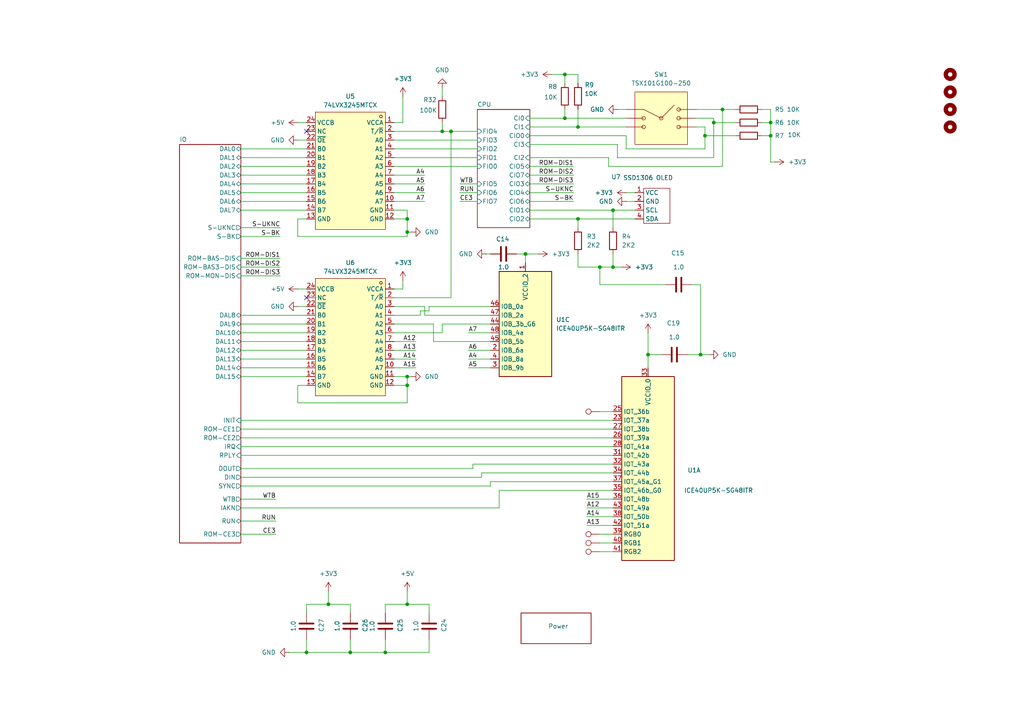
<source format=kicad_sch>
(kicad_sch (version 20231120) (generator "eeschema") (generator_version "8.0")
  (paper "A4")
  (title_block (title "Main"))
  (lib_symbols
    (symbol "Connector:TestPoint" (pin_numbers hide) (pin_names (offset 0.762) hide)
      (property "Reference" "TP" (at 0 6.858 0))
      (property "Value" "TestPoint" (at 0 5.08 0))
      (symbol "TestPoint_0_1"
        (circle (center 0 3.302) (radius 0.762))
      )
      (symbol "TestPoint_1_1"
        (pin passive line (at 0 0 90) (length 2.54) (name "1") (number "1"))
      )
    )
    (symbol "Device:C" (pin_numbers hide) (pin_names (offset 0.254))
      (property "Reference" "C" (at 0.635 2.54 0))
      (property "Value" "C" (at 0.635 -2.54 0))
      (symbol "C_0_1"
        (polyline (pts (xy -2.032 -0.762) (xy 2.032 -0.762)) (stroke (width 0.508)))
        (polyline (pts (xy -2.032 0.762) (xy 2.032 0.762)) (stroke (width 0.508)))
      )
      (symbol "C_1_1"
        (pin passive line (at 0 3.81 270) (length 2.794) (name "~") (number "1"))
        (pin passive line (at 0 -3.81 90) (length 2.794) (name "~") (number "2"))
      )
    )
    (symbol "Device:R" (pin_numbers hide) (pin_names (offset 0))
      (property "Reference" "R" (at 2.032 0 90))
      (property "Value" "R" (at 0 0 90))
      (symbol "R_0_1"
        (rectangle (start -1.016 -2.54) (end 1.016 2.54) (stroke (width 0.254)))
      )
      (symbol "R_1_1"
        (pin passive line (at 0 3.81 270) (length 1.27) (name "~") (number "1"))
        (pin passive line (at 0 -3.81 90) (length 1.27) (name "~") (number "2"))
      )
    )
    (symbol "EasyEDA:74LVX3245MTCX"
      (property "Reference" "U" (at 0 19.05 0))
      (property "Value" "74LVX3245MTCX" (at 0 -19.05 0))
      (symbol "74LVX3245MTCX_0_1"
        (rectangle (start -10.16 17.02) (end 10.16 -17.02) (fill (type background)))
        (circle (center -8.89 15.75) (radius 0.38))
        (circle (center -8.89 15.75) (radius 0.38))
        (pin unspecified line (at -12.7 13.97 0) (length 2.54) (name "VCCA") (number "1"))
        (pin unspecified line (at -12.7 -8.89 0) (length 2.54) (name "A7") (number "10"))
        (pin unspecified line (at -12.7 -11.43 0) (length 2.54) (name "GND") (number "11"))
        (pin unspecified line (at -12.7 -13.97 0) (length 2.54) (name "GND") (number "12"))
        (pin unspecified line (at 12.7 -13.97 180) (length 2.54) (name "GND") (number "13"))
        (pin unspecified line (at 12.7 -11.43 180) (length 2.54) (name "B7") (number "14"))
        (pin unspecified line (at 12.7 -8.89 180) (length 2.54) (name "B6") (number "15"))
        (pin unspecified line (at 12.7 -6.35 180) (length 2.54) (name "B5") (number "16"))
        (pin unspecified line (at 12.7 -3.81 180) (length 2.54) (name "B4") (number "17"))
        (pin unspecified line (at 12.7 -1.27 180) (length 2.54) (name "B3") (number "18"))
        (pin unspecified line (at 12.7 1.27 180) (length 2.54) (name "B2") (number "19"))
        (pin unspecified line (at -12.7 11.43 0) (length 2.54) (name "T/~{R}") (number "2"))
        (pin unspecified line (at 12.7 3.81 180) (length 2.54) (name "B1") (number "20"))
        (pin unspecified line (at 12.7 6.35 180) (length 2.54) (name "B0") (number "21"))
        (pin unspecified line (at 12.7 8.89 180) (length 2.54) (name "~{OE}") (number "22"))
        (pin unspecified line (at 12.7 11.43 180) (length 2.54) (name "NC") (number "23"))
        (pin unspecified line (at 12.7 13.97 180) (length 2.54) (name "VCCB") (number "24"))
        (pin unspecified line (at -12.7 8.89 0) (length 2.54) (name "A0") (number "3"))
        (pin unspecified line (at -12.7 6.35 0) (length 2.54) (name "A1") (number "4"))
        (pin unspecified line (at -12.7 3.81 0) (length 2.54) (name "A2") (number "5"))
        (pin unspecified line (at -12.7 1.27 0) (length 2.54) (name "A3") (number "6"))
        (pin unspecified line (at -12.7 -1.27 0) (length 2.54) (name "A4") (number "7"))
        (pin unspecified line (at -12.7 -3.81 0) (length 2.54) (name "A5") (number "8"))
        (pin unspecified line (at -12.7 -6.35 0) (length 2.54) (name "A6") (number "9"))
      )
    )
    (symbol "EasyEDA:TSX101G100-250" (pin_numbers hide) (pin_names hide)
      (property "Reference" "SW" (at 0 7.62 0))
      (property "Value" "TSX101G100-250" (at 0 -7.62 0))
      (symbol "TSX101G100-250_0_1"
        (rectangle (start -7.62 7.62) (end 7.62 -7.62) (fill (type background)))
        (circle (center -5.08 -2.54) (radius 0.51))
        (circle (center -5.08 0) (radius 0.51))
        (polyline (pts (xy -5.08 2.54) (xy 0 0) (xy 3.81 3.81)))
        (circle (center 0 0) (radius 0.51))
        (circle (center 5.08 -2.54) (radius 0.51))
        (circle (center 5.08 0) (radius 0.51))
        (circle (center 5.08 2.54) (radius 0.51))
        (pin unspecified line (at -10.16 2.54 0) (length 5.08) (name "1") (number "1"))
        (pin unspecified line (at -10.16 0 0) (length 5.08) (name "2") (number "2"))
        (pin unspecified line (at -10.16 -2.54 0) (length 5.08) (name "3") (number "3"))
        (pin unspecified line (at 10.16 2.54 180) (length 5.08) (name "4") (number "4"))
        (pin unspecified line (at 10.16 0 180) (length 5.08) (name "5") (number "5"))
        (pin unspecified line (at 10.16 -2.54 180) (length 5.08) (name "6") (number "6"))
      )
    )
    (symbol "FPGA_Lattice:ICE40UP5K-SG48ITR"
      (property "Reference" "U" (at -8.89 -29.21 0))
      (property "Value" "ICE40UP5K-SG48ITR" (at 0 -31.75 0))
      (symbol "ICE40UP5K-SG48ITR_1_1"
        (rectangle (start -7.62 25.4) (end 7.62 -27.94) (stroke (width 0.254)) (fill (type background)))
        (pin bidirectional line (at -10.16 12.7 0) (length 2.54) (name "IOT_37a") (number "23"))
        (pin bidirectional line (at -10.16 15.24 0) (length 2.54) (name "IOT_36b") (number "25"))
        (pin bidirectional line (at -10.16 7.62 0) (length 2.54) (name "IOT_39a") (number "26"))
        (pin bidirectional line (at -10.16 10.16 0) (length 2.54) (name "IOT_38b") (number "27"))
        (pin bidirectional line (at -10.16 5.08 0) (length 2.54) (name "IOT_41a") (number "28"))
        (pin bidirectional line (at -10.16 2.54 0) (length 2.54) (name "IOT_42b") (number "31"))
        (pin bidirectional line (at -10.16 0 0) (length 2.54) (name "IOT_43a") (number "32"))
        (pin power_in line (at 0 27.94 270) (length 2.54) (name "VCCIO_0") (number "33"))
        (pin bidirectional line (at -10.16 -2.54 0) (length 2.54) (name "IOT_44b") (number "34"))
        (pin bidirectional line (at -10.16 -7.62 0) (length 2.54) (name "IOT_46b_G0") (number "35"))
        (pin bidirectional line (at -10.16 -10.16 0) (length 2.54) (name "IOT_48b") (number "36"))
        (pin bidirectional line (at -10.16 -5.08 0) (length 2.54) (name "IOT_45a_G1") (number "37"))
        (pin bidirectional line (at -10.16 -15.24 0) (length 2.54) (name "IOT_50b") (number "38"))
        (pin open_collector line (at -10.16 -20.32 0) (length 2.54) (name "RGB0") (number "39"))
        (pin open_collector line (at -10.16 -22.86 0) (length 2.54) (name "RGB1") (number "40"))
        (pin open_collector line (at -10.16 -25.4 0) (length 2.54) (name "RGB2") (number "41"))
        (pin bidirectional line (at -10.16 -17.78 0) (length 2.54) (name "IOT_51a") (number "42"))
        (pin bidirectional line (at -10.16 -12.7 0) (length 2.54) (name "IOT_49a") (number "43"))
      )
      (symbol "ICE40UP5K-SG48ITR_2_1"
        (rectangle (start -10.16 25.4) (end 10.16 -25.4) (stroke (width 0.254)) (fill (type background)))
        (pin bidirectional line (at -12.7 5.08 0) (length 2.54) (name "IOB_18a") (number "10"))
        (pin bidirectional line (at -12.7 2.54 0) (length 2.54) (name "IOB_20a") (number "11"))
        (pin bidirectional line (at -12.7 0 0) (length 2.54) (name "IOB_22a") (number "12"))
        (pin bidirectional line (at -12.7 -5.08 0) (length 2.54) (name "IOB_24a") (number "13"))
        (pin bidirectional line (at -12.7 -15.24 0) (length 2.54) (name "IOB_32a_SPI_SO") (number "14"))
        (pin bidirectional line (at -12.7 -20.32 0) (length 2.54) (name "IOB_34a_SPI_SCK") (number "15"))
        (pin bidirectional line (at -12.7 -22.86 0) (length 2.54) (name "IOB_35b_SPI_SS") (number "16"))
        (pin bidirectional line (at -12.7 -17.78 0) (length 2.54) (name "IOB_33b_SPI_SI") (number "17"))
        (pin bidirectional line (at -12.7 -12.7 0) (length 2.54) (name "IOB_31b") (number "18"))
        (pin bidirectional line (at -12.7 -10.16 0) (length 2.54) (name "IOB_29b") (number "19"))
        (pin bidirectional line (at -12.7 -7.62 0) (length 2.54) (name "IOB_25b_G3") (number "20"))
        (pin bidirectional line (at -12.7 -2.54 0) (length 2.54) (name "IOB_23b") (number "21"))
        (pin power_in line (at 0 27.94 270) (length 2.54) (name "SPI_VCCIO1") (number "22"))
        (pin bidirectional line (at -12.7 10.16 0) (length 2.54) (name "IOB_13b") (number "6"))
        (pin open_collector line (at 12.7 17.78 180) (length 2.54) (name "CDONE") (number "7"))
        (pin input line (at -12.7 17.78 0) (length 2.54) (name "~{CRESET}") (number "8"))
        (pin bidirectional line (at -12.7 7.62 0) (length 2.54) (name "IOB_16a") (number "9"))
      )
      (symbol "ICE40UP5K-SG48ITR_3_1"
        (rectangle (start -7.62 15.24) (end 7.62 -15.24) (stroke (width 0.254)) (fill (type background)))
        (pin power_in line (at 0 17.78 270) (length 2.54) (name "VCCIO_2") (number "1"))
        (pin bidirectional line (at -10.16 -7.62 0) (length 2.54) (name "IOB_6a") (number "2"))
        (pin bidirectional line (at -10.16 -12.7 0) (length 2.54) (name "IOB_9b") (number "3"))
        (pin bidirectional line (at -10.16 -10.16 0) (length 2.54) (name "IOB_8a") (number "4"))
        (pin bidirectional line (at -10.16 0 0) (length 2.54) (name "IOB_3b_G6") (number "44"))
        (pin bidirectional line (at -10.16 -5.08 0) (length 2.54) (name "IOB_5b") (number "45"))
        (pin bidirectional line (at -10.16 5.08 0) (length 2.54) (name "IOB_0a") (number "46"))
        (pin bidirectional line (at -10.16 2.54 0) (length 2.54) (name "IOB_2a") (number "47"))
        (pin bidirectional line (at -10.16 -2.54 0) (length 2.54) (name "IOB_4a") (number "48"))
      )
      (symbol "ICE40UP5K-SG48ITR_4_1"
        (rectangle (start -5.08 7.62) (end 5.08 -7.62) (stroke (width 0.254)) (fill (type background)))
        (pin power_in line (at -2.54 10.16 270) (length 2.54) (name "VPP_2V5") (number "24"))
        (pin power_out line (at 2.54 10.16 270) (length 2.54) (name "VCCPLL") (number "29"))
        (pin passive line (at 0 10.16 270) (length 2.54) hide (name "VCC") (number "30"))
        (pin power_in line (at 0 -10.16 90) (length 2.54) (name "GND") (number "49"))
        (pin power_in line (at 0 10.16 270) (length 2.54) (name "VCC") (number "5"))
      )
    )
    (symbol "Mechanical:MountingHole" (pin_names (offset 1.016)) (exclude_from_sim yes) (in_bom no)
      (property "Reference" "H" (at 0 5.08 0))
      (property "Value" "MountingHole" (at 0 3.175 0))
      (symbol "MountingHole_0_1"
        (circle (center 0 0) (radius 1.27) (stroke (width 1.27)))
      )
    )
    (symbol "locals:SSD1306"
      (property "Reference" "U" (at -6.35 0 0))
      (symbol "SSD1306_0_1"
        (rectangle (start -12.7 3.81) (end -5.08 -6.35))
      )
      (symbol "SSD1306_1_1"
        (pin power_in line (at -15.24 2.54 0) (length 2.54) (name "VCC") (number "1"))
        (pin power_in line (at -15.24 0 0) (length 2.54) (name "GND") (number "2"))
        (pin input line (at -15.24 -2.54 0) (length 2.54) (name "SCL") (number "3"))
        (pin bidirectional line (at -15.24 -5.08 0) (length 2.54) (name "SDA") (number "4"))
      )
    )
    (symbol "power:+3V3" (power) (pin_numbers hide) (pin_names (offset 0) hide)
      (property "Value" "+3V3" (at 0 3.556 0))
      (symbol "+3V3_0_1"
        (polyline (pts (xy -0.762 1.27) (xy 0 2.54)))
        (polyline (pts (xy 0 0) (xy 0 2.54)))
        (polyline (pts (xy 0 2.54) (xy 0.762 1.27)))
      )
      (symbol "+3V3_1_1"
        (pin power_in line (at 0 0 90) (length 0) (name "~") (number "1"))
      )
    )
    (symbol "power:+5V" (power) (pin_numbers hide) (pin_names (offset 0) hide)
      (property "Value" "+5V" (at 0 3.556 0))
      (symbol "+5V_0_1"
        (polyline (pts (xy -0.762 1.27) (xy 0 2.54)))
        (polyline (pts (xy 0 0) (xy 0 2.54)))
        (polyline (pts (xy 0 2.54) (xy 0.762 1.27)))
      )
      (symbol "+5V_1_1"
        (pin power_in line (at 0 0 90) (length 0) (name "~") (number "1"))
      )
    )
    (symbol "power:GND" (power) (pin_numbers hide) (pin_names (offset 0) hide)
      (property "Value" "GND" (at 0 -3.81 0))
      (symbol "GND_0_1"
        (polyline (pts (xy 0 0) (xy 0 -1.27) (xy 1.27 -1.27) (xy 0 -2.54) (xy -1.27 -1.27) (xy 0 -1.27)))
      )
      (symbol "GND_1_1"
        (pin power_in line (at 0 0 270) (length 0) (name "~") (number "1"))
      )
    )
  )
  (junction (at 128.27 38.1))
  (junction (at 88.9 189.23))
  (junction (at 118.11 175.26))
  (junction (at 111.76 189.23))
  (junction (at 204.47 39.37))
  (junction (at 95.25 175.26))
  (junction (at 173.99 77.47))
  (junction (at 163.83 34.29))
  (junction (at 223.52 39.37))
  (junction (at 118.11 67.31))
  (junction (at 163.83 21.59))
  (junction (at 187.96 102.87))
  (junction (at 118.11 63.5))
  (junction (at 118.11 111.76))
  (junction (at 118.11 109.22))
  (junction (at 209.55 31.75))
  (junction (at 177.8 77.47))
  (junction (at 152.4 73.66))
  (junction (at 203.2 102.87))
  (junction (at 101.6 189.23))
  (junction (at 207.01 35.56))
  (junction (at 167.64 36.83))
  (junction (at 223.52 35.56))
  (junction (at 167.64 63.5))
  (junction (at 130.81 38.1))
  (junction (at 177.8 60.96))
  (no_connect (at 88.9 86.36))
  (no_connect (at 88.9 38.1))
  (wire (pts (xy 69.85 127) (xy 177.8 127)))
  (wire (pts (xy 179.07 31.75) (xy 181.61 31.75)))
  (wire (pts (xy 116.84 81.28) (xy 116.84 83.82)))
  (wire (pts (xy 200.66 82.55) (xy 203.2 82.55)))
  (wire (pts (xy 69.85 43.18) (xy 88.9 43.18)))
  (wire (pts (xy 130.81 38.1) (xy 128.27 38.1)))
  (wire (pts (xy 187.96 102.87) (xy 191.77 102.87)))
  (wire (pts (xy 114.3 45.72) (xy 138.43 45.72)))
  (wire (pts (xy 167.64 63.5) (xy 184.15 63.5)))
  (wire (pts (xy 114.3 111.76) (xy 118.11 111.76)))
  (wire (pts (xy 187.96 102.87) (xy 187.96 106.68)))
  (wire (pts (xy 69.85 151.13) (xy 80.01 151.13)))
  (wire (pts (xy 111.76 189.23) (xy 111.76 185.42)))
  (wire (pts (xy 86.36 63.5) (xy 88.9 63.5)))
  (wire (pts (xy 181.61 58.42) (xy 184.15 58.42)))
  (wire (pts (xy 130.81 38.1) (xy 138.43 38.1)))
  (wire (pts (xy 124.46 189.23) (xy 111.76 189.23)))
  (wire (pts (xy 95.25 175.26) (xy 88.9 175.26)))
  (wire (pts (xy 128.27 93.98) (xy 142.24 93.98)))
  (wire (pts (xy 170.18 147.32) (xy 177.8 147.32)))
  (wire (pts (xy 223.52 39.37) (xy 223.52 46.99)))
  (wire (pts (xy 69.85 45.72) (xy 88.9 45.72)))
  (wire (pts (xy 86.36 68.58) (xy 86.36 63.5)))
  (wire (pts (xy 153.67 48.26) (xy 166.37 48.26)))
  (wire (pts (xy 153.67 53.34) (xy 166.37 53.34)))
  (wire (pts (xy 69.85 104.14) (xy 88.9 104.14)))
  (wire (pts (xy 128.27 35.56) (xy 128.27 38.1)))
  (wire (pts (xy 69.85 55.88) (xy 88.9 55.88)))
  (wire (pts (xy 114.3 63.5) (xy 118.11 63.5)))
  (wire (pts (xy 193.04 82.55) (xy 173.99 82.55)))
  (wire (pts (xy 118.11 63.5) (xy 118.11 67.31)))
  (wire (pts (xy 114.3 83.82) (xy 116.84 83.82)))
  (wire (pts (xy 118.11 175.26) (xy 118.11 171.45)))
  (wire (pts (xy 209.55 31.75) (xy 201.93 31.75)))
  (wire (pts (xy 86.36 35.56) (xy 88.9 35.56)))
  (wire (pts (xy 128.27 25.4) (xy 128.27 27.94)))
  (wire (pts (xy 124.46 90.17) (xy 124.46 88.9)))
  (wire (pts (xy 204.47 39.37) (xy 213.36 39.37)))
  (wire (pts (xy 167.64 63.5) (xy 167.64 66.04)))
  (wire (pts (xy 130.81 86.36) (xy 130.81 38.1)))
  (wire (pts (xy 118.11 60.96) (xy 118.11 63.5)))
  (wire (pts (xy 204.47 39.37) (xy 204.47 36.83)))
  (wire (pts (xy 170.18 149.86) (xy 177.8 149.86)))
  (wire (pts (xy 142.24 140.97) (xy 142.24 139.7)))
  (wire (pts (xy 124.46 88.9) (xy 142.24 88.9)))
  (wire (pts (xy 181.61 39.37) (xy 181.61 43.18)))
  (wire (pts (xy 153.67 55.88) (xy 166.37 55.88)))
  (wire (pts (xy 118.11 67.31) (xy 119.38 67.31)))
  (wire (pts (xy 114.3 101.6) (xy 120.65 101.6)))
  (wire (pts (xy 69.85 101.6) (xy 88.9 101.6)))
  (wire (pts (xy 123.19 91.44) (xy 142.24 91.44)))
  (wire (pts (xy 170.18 152.4) (xy 177.8 152.4)))
  (wire (pts (xy 153.67 39.37) (xy 181.61 39.37)))
  (wire (pts (xy 153.67 58.42) (xy 166.37 58.42)))
  (wire (pts (xy 179.07 41.91) (xy 179.07 45.72)))
  (wire (pts (xy 114.3 43.18) (xy 138.43 43.18)))
  (wire (pts (xy 173.99 154.94) (xy 177.8 154.94)))
  (wire (pts (xy 139.7 137.16) (xy 177.8 137.16)))
  (wire (pts (xy 101.6 175.26) (xy 95.25 175.26)))
  (wire (pts (xy 203.2 102.87) (xy 205.74 102.87)))
  (wire (pts (xy 220.98 31.75) (xy 223.52 31.75)))
  (wire (pts (xy 181.61 43.18) (xy 204.47 43.18)))
  (wire (pts (xy 118.11 109.22) (xy 118.11 111.76)))
  (wire (pts (xy 69.85 77.47) (xy 81.28 77.47)))
  (wire (pts (xy 86.36 116.84) (xy 118.11 116.84)))
  (wire (pts (xy 111.76 175.26) (xy 111.76 177.8)))
  (wire (pts (xy 220.98 35.56) (xy 223.52 35.56)))
  (wire (pts (xy 118.11 175.26) (xy 111.76 175.26)))
  (wire (pts (xy 224.79 46.99) (xy 223.52 46.99)))
  (wire (pts (xy 207.01 45.72) (xy 207.01 35.56)))
  (wire (pts (xy 124.46 175.26) (xy 118.11 175.26)))
  (wire (pts (xy 160.02 21.59) (xy 163.83 21.59)))
  (wire (pts (xy 111.76 189.23) (xy 101.6 189.23)))
  (wire (pts (xy 170.18 144.78) (xy 177.8 144.78)))
  (wire (pts (xy 135.89 106.68) (xy 142.24 106.68)))
  (wire (pts (xy 223.52 31.75) (xy 223.52 35.56)))
  (wire (pts (xy 173.99 157.48) (xy 177.8 157.48)))
  (wire (pts (xy 199.39 102.87) (xy 203.2 102.87)))
  (wire (pts (xy 135.89 104.14) (xy 142.24 104.14)))
  (wire (pts (xy 163.83 34.29) (xy 181.61 34.29)))
  (wire (pts (xy 114.3 91.44) (xy 121.92 91.44)))
  (wire (pts (xy 153.67 60.96) (xy 177.8 60.96)))
  (wire (pts (xy 179.07 45.72) (xy 207.01 45.72)))
  (wire (pts (xy 114.3 106.68) (xy 120.65 106.68)))
  (wire (pts (xy 119.38 109.22) (xy 118.11 109.22)))
  (wire (pts (xy 95.25 175.26) (xy 95.25 171.45)))
  (wire (pts (xy 167.64 24.13) (xy 167.64 21.59)))
  (wire (pts (xy 124.46 177.8) (xy 124.46 175.26)))
  (wire (pts (xy 114.3 96.52) (xy 128.27 96.52)))
  (wire (pts (xy 153.67 34.29) (xy 163.83 34.29)))
  (wire (pts (xy 167.64 73.66) (xy 167.64 77.47)))
  (wire (pts (xy 153.67 36.83) (xy 167.64 36.83)))
  (wire (pts (xy 177.8 60.96) (xy 184.15 60.96)))
  (wire (pts (xy 173.99 160.02) (xy 177.8 160.02)))
  (wire (pts (xy 114.3 50.8) (xy 123.19 50.8)))
  (wire (pts (xy 177.8 77.47) (xy 177.8 73.66)))
  (wire (pts (xy 69.85 48.26) (xy 88.9 48.26)))
  (wire (pts (xy 69.85 99.06) (xy 88.9 99.06)))
  (wire (pts (xy 114.3 48.26) (xy 138.43 48.26)))
  (wire (pts (xy 69.85 135.89) (xy 137.16 135.89)))
  (wire (pts (xy 69.85 121.92) (xy 177.8 121.92)))
  (wire (pts (xy 114.3 58.42) (xy 123.19 58.42)))
  (wire (pts (xy 144.78 142.24) (xy 177.8 142.24)))
  (wire (pts (xy 114.3 104.14) (xy 120.65 104.14)))
  (wire (pts (xy 163.83 31.75) (xy 163.83 34.29)))
  (wire (pts (xy 69.85 74.93) (xy 81.28 74.93)))
  (wire (pts (xy 114.3 99.06) (xy 120.65 99.06)))
  (wire (pts (xy 88.9 189.23) (xy 83.82 189.23)))
  (wire (pts (xy 139.7 138.43) (xy 139.7 137.16)))
  (wire (pts (xy 69.85 80.01) (xy 81.28 80.01)))
  (wire (pts (xy 204.47 36.83) (xy 201.93 36.83)))
  (wire (pts (xy 69.85 91.44) (xy 88.9 91.44)))
  (wire (pts (xy 69.85 93.98) (xy 88.9 93.98)))
  (wire (pts (xy 88.9 175.26) (xy 88.9 177.8)))
  (wire (pts (xy 133.35 58.42) (xy 138.43 58.42)))
  (wire (pts (xy 220.98 39.37) (xy 223.52 39.37)))
  (wire (pts (xy 114.3 55.88) (xy 123.19 55.88)))
  (wire (pts (xy 153.67 45.72) (xy 176.53 45.72)))
  (wire (pts (xy 187.96 96.52) (xy 187.96 102.87)))
  (wire (pts (xy 114.3 88.9) (xy 123.19 88.9)))
  (wire (pts (xy 204.47 43.18) (xy 204.47 39.37)))
  (wire (pts (xy 86.36 83.82) (xy 88.9 83.82)))
  (wire (pts (xy 121.92 90.17) (xy 124.46 90.17)))
  (wire (pts (xy 173.99 77.47) (xy 177.8 77.47)))
  (wire (pts (xy 118.11 68.58) (xy 86.36 68.58)))
  (wire (pts (xy 123.19 88.9) (xy 123.19 91.44)))
  (wire (pts (xy 209.55 48.26) (xy 209.55 31.75)))
  (wire (pts (xy 144.78 142.24) (xy 144.78 147.32)))
  (wire (pts (xy 101.6 189.23) (xy 101.6 185.42)))
  (wire (pts (xy 69.85 68.58) (xy 81.28 68.58)))
  (wire (pts (xy 128.27 38.1) (xy 114.3 38.1)))
  (wire (pts (xy 114.3 60.96) (xy 118.11 60.96)))
  (wire (pts (xy 167.64 36.83) (xy 181.61 36.83)))
  (wire (pts (xy 223.52 35.56) (xy 223.52 39.37)))
  (wire (pts (xy 173.99 82.55) (xy 173.99 77.47)))
  (wire (pts (xy 209.55 31.75) (xy 213.36 31.75)))
  (wire (pts (xy 69.85 129.54) (xy 177.8 129.54)))
  (wire (pts (xy 86.36 111.76) (xy 88.9 111.76)))
  (wire (pts (xy 173.99 119.38) (xy 177.8 119.38)))
  (wire (pts (xy 125.73 99.06) (xy 142.24 99.06)))
  (wire (pts (xy 121.92 91.44) (xy 121.92 90.17)))
  (wire (pts (xy 135.89 96.52) (xy 142.24 96.52)))
  (wire (pts (xy 101.6 189.23) (xy 88.9 189.23)))
  (wire (pts (xy 86.36 88.9) (xy 88.9 88.9)))
  (wire (pts (xy 69.85 60.96) (xy 88.9 60.96)))
  (wire (pts (xy 133.35 55.88) (xy 138.43 55.88)))
  (wire (pts (xy 124.46 189.23) (xy 124.46 185.42)))
  (wire (pts (xy 69.85 138.43) (xy 139.7 138.43)))
  (wire (pts (xy 86.36 40.64) (xy 88.9 40.64)))
  (wire (pts (xy 142.24 139.7) (xy 177.8 139.7)))
  (wire (pts (xy 69.85 50.8) (xy 88.9 50.8)))
  (wire (pts (xy 118.11 67.31) (xy 118.11 68.58)))
  (wire (pts (xy 207.01 35.56) (xy 213.36 35.56)))
  (wire (pts (xy 149.86 73.66) (xy 152.4 73.66)))
  (wire (pts (xy 69.85 106.68) (xy 88.9 106.68)))
  (wire (pts (xy 137.16 134.62) (xy 177.8 134.62)))
  (wire (pts (xy 116.84 27.94) (xy 116.84 35.56)))
  (wire (pts (xy 153.67 63.5) (xy 167.64 63.5)))
  (wire (pts (xy 153.67 50.8) (xy 166.37 50.8)))
  (wire (pts (xy 181.61 55.88) (xy 184.15 55.88)))
  (wire (pts (xy 125.73 93.98) (xy 125.73 99.06)))
  (wire (pts (xy 114.3 93.98) (xy 125.73 93.98)))
  (wire (pts (xy 69.85 147.32) (xy 144.78 147.32)))
  (wire (pts (xy 69.85 58.42) (xy 88.9 58.42)))
  (wire (pts (xy 69.85 154.94) (xy 80.01 154.94)))
  (wire (pts (xy 114.3 35.56) (xy 116.84 35.56)))
  (wire (pts (xy 135.89 101.6) (xy 142.24 101.6)))
  (wire (pts (xy 128.27 96.52) (xy 128.27 93.98)))
  (wire (pts (xy 140.97 73.66) (xy 142.24 73.66)))
  (wire (pts (xy 114.3 53.34) (xy 123.19 53.34)))
  (wire (pts (xy 133.35 53.34) (xy 138.43 53.34)))
  (wire (pts (xy 69.85 132.08) (xy 177.8 132.08)))
  (wire (pts (xy 86.36 116.84) (xy 86.36 111.76)))
  (wire (pts (xy 167.64 31.75) (xy 167.64 36.83)))
  (wire (pts (xy 167.64 77.47) (xy 173.99 77.47)))
  (wire (pts (xy 69.85 144.78) (xy 80.01 144.78)))
  (wire (pts (xy 180.34 77.47) (xy 177.8 77.47)))
  (wire (pts (xy 69.85 53.34) (xy 88.9 53.34)))
  (wire (pts (xy 101.6 175.26) (xy 101.6 177.8)))
  (wire (pts (xy 163.83 21.59) (xy 167.64 21.59)))
  (wire (pts (xy 207.01 35.56) (xy 207.01 34.29)))
  (wire (pts (xy 114.3 40.64) (xy 138.43 40.64)))
  (wire (pts (xy 118.11 111.76) (xy 118.11 116.84)))
  (wire (pts (xy 207.01 34.29) (xy 201.93 34.29)))
  (wire (pts (xy 203.2 82.55) (xy 203.2 102.87)))
  (wire (pts (xy 69.85 109.22) (xy 88.9 109.22)))
  (wire (pts (xy 153.67 41.91) (xy 179.07 41.91)))
  (wire (pts (xy 177.8 60.96) (xy 177.8 66.04)))
  (wire (pts (xy 152.4 73.66) (xy 156.21 73.66)))
  (wire (pts (xy 163.83 21.59) (xy 163.83 24.13)))
  (wire (pts (xy 176.53 48.26) (xy 209.55 48.26)))
  (wire (pts (xy 69.85 124.46) (xy 177.8 124.46)))
  (wire (pts (xy 176.53 48.26) (xy 176.53 45.72)))
  (wire (pts (xy 69.85 140.97) (xy 142.24 140.97)))
  (wire (pts (xy 137.16 135.89) (xy 137.16 134.62)))
  (wire (pts (xy 88.9 189.23) (xy 88.9 185.42)))
  (wire (pts (xy 114.3 86.36) (xy 130.81 86.36)))
  (wire (pts (xy 69.85 66.04) (xy 81.28 66.04)))
  (wire (pts (xy 114.3 109.22) (xy 118.11 109.22)))
  (wire (pts (xy 69.85 96.52) (xy 88.9 96.52)))
  (wire (pts (xy 152.4 76.2) (xy 152.4 73.66)))
  (label "A14" (at 120.65 104.14 180))
  (label "ROM-DIS3" (at 81.28 80.01 180))
  (label "A5" (at 123.19 53.34 180))
  (label "S-BK" (at 81.28 68.58 180))
  (label "ROM-DIS3" (at 166.37 53.34 180))
  (label "A12" (at 170.18 147.32 0))
  (label "CE3" (at 133.35 58.42 0))
  (label "ROM-DIS2" (at 81.28 77.47 180))
  (label "A15" (at 120.65 106.68 180))
  (label "ROM-DIS1" (at 166.37 48.26 180))
  (label "A12" (at 120.65 99.06 180))
  (label "A5" (at 135.89 106.68 0))
  (label "A15" (at 170.18 144.78 0))
  (label "ROM-DIS2" (at 166.37 50.8 180))
  (label "A7" (at 135.89 96.52 0))
  (label "A13" (at 170.18 152.4 0))
  (label "A6" (at 123.19 55.88 180))
  (label "A4" (at 135.89 104.14 0))
  (label "S-UKNC" (at 166.37 55.88 180))
  (label "A7" (at 123.19 58.42 180))
  (label "S-BK" (at 166.37 58.42 180))
  (label "A6" (at 135.89 101.6 0))
  (label "A4" (at 123.19 50.8 180))
  (label "RUN" (at 80.01 151.13 180))
  (label "WTB" (at 133.35 53.34 0))
  (label "CE3" (at 80.01 154.94 180))
  (label "A14" (at 170.18 149.86 0))
  (label "A13" (at 120.65 101.6 180))
  (label "S-UKNC" (at 81.28 66.04 180))
  (label "RUN" (at 133.35 55.88 0))
  (label "ROM-DIS1" (at 81.28 74.93 180))
  (label "WTB" (at 80.01 144.78 180))
  (symbol (lib_id "EasyEDA:74LVX3245MTCX") (at 101.6 49.53 0) (mirror y) (unit 1)
    (property "Reference" "U5" (at 101.6 27.94 0))
    (property "Value" "74LVX3245MTCX" (at 101.6 30.48 0))
    (property "Footprint" "easyeda2kicad:TSSOP-24_L7.8-W4.4-P0.65-LS6.4-BL" (effects (hide yes)))
    (property "Datasheet" "https://lcsc.com/product-detail/74-Series_FAIRCHILD_74LVX3245MTCX_74LVX3245MTCX_C6135.html" (effects (hide yes)))
    (property "LCSC Part" "C6135" (effects (hide yes)))
  )
  (symbol (lib_id "EasyEDA:74LVX3245MTCX") (at 101.6 97.79 0) (mirror y) (unit 1)
    (property "Reference" "U6" (at 101.6 76.2 0))
    (property "Value" "74LVX3245MTCX" (at 101.6 78.74 0))
    (property "Footprint" "easyeda2kicad:TSSOP-24_L7.8-W4.4-P0.65-LS6.4-BL" (effects (hide yes)))
    (property "Datasheet" "https://lcsc.com/product-detail/74-Series_FAIRCHILD_74LVX3245MTCX_74LVX3245MTCX_C6135.html" (effects (hide yes)))
    (property "LCSC Part" "C6135" (effects (hide yes)))
  )
  (symbol (lib_id "Connector:TestPoint") (at 173.99 157.48 90) (unit 1)
    (property "Reference" "TP3" (effects (hide yes)))
    (property "Value" "TestPoint" (effects (hide yes)))
    (property "Footprint" "TestPoint:TestPoint_THTPad_D1.0mm_Drill0.5mm" (effects (hide yes)))
    (property "Description" "test point" (effects (hide yes)))
  )
  (symbol (lib_id "Mechanical:MountingHole") (at 275.59 36.83 0) (unit 1) (exclude_from_sim yes) (in_bom no)
    (property "Reference" "H4" (effects (hide yes)))
    (property "Value" "MountingHole" (effects (hide yes)))
    (property "Footprint" "MountingHole:MountingHole_3.2mm_M3_ISO14580" (effects (hide yes)))
    (property "Description" "Mounting Hole without connection" (effects (hide yes)))
  )
  (symbol (lib_id "power:GND") (at 86.36 88.9 270) (unit 1)
    (property "Reference" "#PWR048" (effects (hide yes)))
    (property "Value" "GND" (at 82.55 88.8999 90) (effects (justify right)))
    (property "Description" "Power symbol creates a global label with name \"GND\" , ground" (effects (hide yes)))
  )
  (symbol (lib_id "power:GND") (at 83.82 189.23 270) (unit 1)
    (property "Reference" "#PWR074" (effects (hide yes)))
    (property "Value" "GND" (at 80.01 189.2301 90) (effects (justify right)))
    (property "Description" "Power symbol creates a global label with name \"GND\" , ground" (effects (hide yes)))
  )
  (symbol (lib_id "Device:C") (at 88.9 181.61 0) (unit 1)
    (property "Reference" "C27" (at 93.218 181.356 90))
    (property "Value" "1.0" (at 85.09 181.61 90))
    (property "Footprint" "Capacitor_SMD:C_0603_1608Metric_Pad1.08x0.95mm_HandSolder" (effects (hide yes)))
    (property "Description" "Unpolarized capacitor" (effects (hide yes)))
  )
  (symbol (lib_id "FPGA_Lattice:ICE40UP5K-SG48ITR") (at 187.96 134.62 0) (unit 1)
    (property "Reference" "U1" (at 199.39 136.398 0) (effects (justify left)))
    (property "Value" "ICE40UP5K-SG48ITR" (at 198.374 142.24 0) (effects (justify left)))
    (property "Footprint" "Package_DFN_QFN:QFN-48-1EP_7x7mm_P0.5mm_EP5.6x5.6mm" (effects (hide yes)))
    (property "Datasheet" "http://www.latticesemi.com/Products/FPGAandCPLD/iCE40Ultra" (effects (hide yes)))
    (property "Description" "iCE40 UltraPlus FPGA, 5280 LUTs, 1.2V, 48-pin QFN" (effects (hide yes)))
  )
  (symbol (lib_id "power:+3V3") (at 116.84 27.94 0) (unit 1)
    (property "Reference" "#PWR030" (effects (hide yes)))
    (property "Value" "+3V3" (at 116.84 22.86 0))
    (property "Description" "Power symbol creates a global label with name \"+3V3\"" (effects (hide yes)))
  )
  (symbol (lib_id "Device:C") (at 196.85 82.55 90) (unit 1)
    (property "Reference" "C15" (at 196.596 73.406 90))
    (property "Value" "1.0" (at 196.85 77.47 90))
    (property "Footprint" "Capacitor_SMD:C_0603_1608Metric_Pad1.08x0.95mm_HandSolder" (effects (hide yes)))
    (property "Description" "Unpolarized capacitor" (effects (hide yes)))
  )
  (symbol (lib_id "power:GND") (at 119.38 67.31 90) (unit 1)
    (property "Reference" "#PWR027" (effects (hide yes)))
    (property "Value" "GND" (at 123.19 67.3099 90) (effects (justify right)))
    (property "Description" "Power symbol creates a global label with name \"GND\" , ground" (effects (hide yes)))
  )
  (symbol (lib_id "Device:C") (at 146.05 73.66 90) (unit 1)
    (property "Reference" "C14" (at 145.796 69.342 90))
    (property "Value" "1.0" (at 146.05 77.47 90))
    (property "Footprint" "Capacitor_SMD:C_0603_1608Metric_Pad1.08x0.95mm_HandSolder" (effects (hide yes)))
    (property "Description" "Unpolarized capacitor" (effects (hide yes)))
  )
  (symbol (lib_id "Device:R") (at 217.17 31.75 90) (unit 1)
    (property "Reference" "R5" (at 226.06 31.75 90))
    (property "Value" "10K" (at 230.124 31.75 90))
    (property "Footprint" "Resistor_SMD:R_0603_1608Metric_Pad0.98x0.95mm_HandSolder" (effects (hide yes)))
    (property "Description" "Resistor" (effects (hide yes)))
  )
  (symbol (lib_id "Device:R") (at 167.64 27.94 180) (unit 1)
    (property "Reference" "R9" (at 170.942 24.638 0))
    (property "Value" "10K" (at 171.45 27.178 0))
    (property "Footprint" "Resistor_SMD:R_0603_1608Metric_Pad0.98x0.95mm_HandSolder" (effects (hide yes)))
    (property "Description" "Resistor" (effects (hide yes)))
  )
  (symbol (lib_id "Connector:TestPoint") (at 173.99 160.02 90) (unit 1)
    (property "Reference" "TP4" (effects (hide yes)))
    (property "Value" "TestPoint" (effects (hide yes)))
    (property "Footprint" "TestPoint:TestPoint_THTPad_D1.0mm_Drill0.5mm" (effects (hide yes)))
    (property "Description" "test point" (effects (hide yes)))
  )
  (symbol (lib_id "power:GND") (at 179.07 31.75 270) (unit 1)
    (property "Reference" "#PWR037" (effects (hide yes)))
    (property "Value" "GND" (at 175.26 31.7499 90) (effects (justify right)))
    (property "Description" "Power symbol creates a global label with name \"GND\" , ground" (effects (hide yes)))
  )
  (symbol (lib_id "power:+5V") (at 86.36 83.82 90) (unit 1)
    (property "Reference" "#PWR025" (effects (hide yes)))
    (property "Value" "+5V" (at 82.55 83.8199 90) (effects (justify left)))
    (property "Description" "Power symbol creates a global label with name \"+5V\"" (effects (hide yes)))
  )
  (symbol (lib_id "Mechanical:MountingHole") (at 275.59 26.67 0) (unit 1) (exclude_from_sim yes) (in_bom no)
    (property "Reference" "H2" (effects (hide yes)))
    (property "Value" "MountingHole" (effects (hide yes)))
    (property "Footprint" "MountingHole:MountingHole_3.2mm_M3_ISO14580" (effects (hide yes)))
    (property "Description" "Mounting Hole without connection" (effects (hide yes)))
  )
  (symbol (lib_id "Device:R") (at 167.64 69.85 0) (unit 1)
    (property "Reference" "R3" (at 170.18 68.5799 0) (effects (justify left)))
    (property "Value" "2K2" (at 170.18 71.1199 0) (effects (justify left)))
    (property "Footprint" "Resistor_SMD:R_0603_1608Metric_Pad0.98x0.95mm_HandSolder" (effects (hide yes)))
    (property "Description" "Resistor" (effects (hide yes)))
  )
  (symbol (lib_id "power:+3V3") (at 187.96 96.52 0) (unit 1)
    (property "Reference" "#PWR032" (effects (hide yes)))
    (property "Value" "+3V3" (at 187.96 91.44 0))
    (property "Description" "Power symbol creates a global label with name \"+3V3\"" (effects (hide yes)))
  )
  (symbol (lib_id "power:GND") (at 181.61 58.42 270) (unit 1)
    (property "Reference" "#PWR036" (effects (hide yes)))
    (property "Value" "GND" (at 177.8 58.4199 90) (effects (justify right)))
    (property "Description" "Power symbol creates a global label with name \"GND\" , ground" (effects (hide yes)))
  )
  (symbol (lib_id "power:GND") (at 140.97 73.66 270) (unit 1)
    (property "Reference" "#PWR023" (effects (hide yes)))
    (property "Value" "GND" (at 137.16 73.6599 90) (effects (justify right)))
    (property "Description" "Power symbol creates a global label with name \"GND\" , ground" (effects (hide yes)))
  )
  (symbol (lib_id "Mechanical:MountingHole") (at 275.59 21.59 0) (unit 1) (exclude_from_sim yes) (in_bom no)
    (property "Reference" "H1" (effects (hide yes)))
    (property "Value" "MountingHole" (effects (hide yes)))
    (property "Footprint" "MountingHole:MountingHole_3.2mm_M3_ISO14580" (effects (hide yes)))
    (property "Description" "Mounting Hole without connection" (effects (hide yes)))
  )
  (symbol (lib_id "Device:R") (at 177.8 69.85 0) (unit 1)
    (property "Reference" "R4" (at 180.34 68.5799 0) (effects (justify left)))
    (property "Value" "2K2" (at 180.34 71.1199 0) (effects (justify left)))
    (property "Footprint" "Resistor_SMD:R_0603_1608Metric_Pad0.98x0.95mm_HandSolder" (effects (hide yes)))
    (property "Description" "Resistor" (effects (hide yes)))
  )
  (symbol (lib_id "power:+3V3") (at 160.02 21.59 90) (unit 1)
    (property "Reference" "#PWR039" (effects (hide yes)))
    (property "Value" "+3V3" (at 156.21 21.5899 90) (effects (justify left)))
    (property "Description" "Power symbol creates a global label with name \"+3V3\"" (effects (hide yes)))
  )
  (symbol (lib_id "Connector:TestPoint") (at 173.99 119.38 90) (unit 1)
    (property "Reference" "TP1" (effects (hide yes)))
    (property "Value" "TestPoint" (effects (hide yes)))
    (property "Footprint" "TestPoint:TestPoint_THTPad_D1.0mm_Drill0.5mm" (effects (hide yes)))
    (property "Description" "test point" (effects (hide yes)))
  )
  (symbol (lib_id "power:+3V3") (at 116.84 81.28 0) (unit 1)
    (property "Reference" "#PWR029" (effects (hide yes)))
    (property "Value" "+3V3" (at 116.84 76.2 0))
    (property "Description" "Power symbol creates a global label with name \"+3V3\"" (effects (hide yes)))
  )
  (symbol (lib_id "Connector:TestPoint") (at 173.99 154.94 90) (unit 1)
    (property "Reference" "TP2" (effects (hide yes)))
    (property "Value" "TestPoint" (effects (hide yes)))
    (property "Footprint" "TestPoint:TestPoint_THTPad_D1.0mm_Drill0.5mm" (effects (hide yes)))
    (property "Description" "test point" (effects (hide yes)))
  )
  (symbol (lib_id "Device:R") (at 217.17 35.56 90) (unit 1)
    (property "Reference" "R6" (at 226.06 35.56 90))
    (property "Value" "10K" (at 230.124 35.56 90))
    (property "Footprint" "Resistor_SMD:R_0603_1608Metric_Pad0.98x0.95mm_HandSolder" (effects (hide yes)))
    (property "Description" "Resistor" (effects (hide yes)))
  )
  (symbol (lib_id "power:+3V3") (at 181.61 55.88 90) (unit 1)
    (property "Reference" "#PWR035" (effects (hide yes)))
    (property "Value" "+3V3" (at 177.8 55.8799 90) (effects (justify left)))
    (property "Description" "Power symbol creates a global label with name \"+3V3\"" (effects (hide yes)))
  )
  (symbol (lib_id "power:+3V3") (at 95.25 171.45 0) (unit 1)
    (property "Reference" "#PWR073" (effects (hide yes)))
    (property "Value" "+3V3" (at 95.25 166.37 0))
    (property "Description" "Power symbol creates a global label with name \"+3V3\"" (effects (hide yes)))
  )
  (symbol (lib_id "Mechanical:MountingHole") (at 275.59 31.75 0) (unit 1) (exclude_from_sim yes) (in_bom no)
    (property "Reference" "H3" (effects (hide yes)))
    (property "Value" "MountingHole" (effects (hide yes)))
    (property "Footprint" "MountingHole:MountingHole_3.2mm_M3_ISO14580" (effects (hide yes)))
    (property "Description" "Mounting Hole without connection" (effects (hide yes)))
  )
  (symbol (lib_id "power:+3V3") (at 156.21 73.66 270) (unit 1)
    (property "Reference" "#PWR022" (effects (hide yes)))
    (property "Value" "+3V3" (at 160.02 73.6599 90) (effects (justify left)))
    (property "Description" "Power symbol creates a global label with name \"+3V3\"" (effects (hide yes)))
  )
  (symbol (lib_id "Device:R") (at 163.83 27.94 180) (unit 1)
    (property "Reference" "R8" (at 160.274 25.146 0))
    (property "Value" "10K" (at 159.766 28.194 0))
    (property "Footprint" "Resistor_SMD:R_0603_1608Metric_Pad0.98x0.95mm_HandSolder" (effects (hide yes)))
    (property "Description" "Resistor" (effects (hide yes)))
  )
  (symbol (lib_id "power:GND") (at 86.36 40.64 270) (unit 1)
    (property "Reference" "#PWR047" (effects (hide yes)))
    (property "Value" "GND" (at 82.55 40.6399 90) (effects (justify right)))
    (property "Description" "Power symbol creates a global label with name \"GND\" , ground" (effects (hide yes)))
  )
  (symbol (lib_id "Device:C") (at 101.6 181.61 0) (unit 1)
    (property "Reference" "C26" (at 105.918 181.356 90))
    (property "Value" "1.0" (at 97.79 181.61 90))
    (property "Footprint" "Capacitor_SMD:C_0603_1608Metric_Pad1.08x0.95mm_HandSolder" (effects (hide yes)))
    (property "Description" "Unpolarized capacitor" (effects (hide yes)))
  )
  (symbol (lib_id "Device:R") (at 128.27 31.75 180) (unit 1)
    (property "Reference" "R32" (at 124.714 28.956 0))
    (property "Value" "100K" (at 124.206 32.004 0))
    (property "Footprint" "Resistor_SMD:R_0603_1608Metric_Pad0.98x0.95mm_HandSolder" (effects (hide yes)))
    (property "Description" "Resistor" (effects (hide yes)))
  )
  (symbol (lib_id "Device:C") (at 195.58 102.87 90) (unit 1)
    (property "Reference" "C19" (at 195.326 93.726 90))
    (property "Value" "1.0" (at 195.58 97.79 90))
    (property "Footprint" "Capacitor_SMD:C_0603_1608Metric_Pad1.08x0.95mm_HandSolder" (effects (hide yes)))
    (property "Description" "Unpolarized capacitor" (effects (hide yes)))
  )
  (symbol (lib_id "power:GND") (at 205.74 102.87 90) (unit 1)
    (property "Reference" "#PWR033" (effects (hide yes)))
    (property "Value" "GND" (at 209.55 102.8699 90) (effects (justify right)))
    (property "Description" "Power symbol creates a global label with name \"GND\" , ground" (effects (hide yes)))
  )
  (symbol (lib_id "FPGA_Lattice:ICE40UP5K-SG48ITR") (at 152.4 93.98 0) (unit 3)
    (property "Reference" "U1" (at 161.29 92.7099 0) (effects (justify left)))
    (property "Value" "ICE40UP5K-SG48ITR" (at 161.29 95.2499 0) (effects (justify left)))
    (property "Footprint" "Package_DFN_QFN:QFN-48-1EP_7x7mm_P0.5mm_EP5.6x5.6mm" (effects (hide yes)))
    (property "Datasheet" "http://www.latticesemi.com/Products/FPGAandCPLD/iCE40Ultra" (effects (hide yes)))
    (property "Description" "iCE40 UltraPlus FPGA, 5280 LUTs, 1.2V, 48-pin QFN" (effects (hide yes)))
  )
  (symbol (lib_id "power:GND") (at 119.38 109.22 90) (unit 1)
    (property "Reference" "#PWR071" (effects (hide yes)))
    (property "Value" "GND" (at 123.19 109.2199 90) (effects (justify right)))
    (property "Description" "Power symbol creates a global label with name \"GND\" , ground" (effects (hide yes)))
  )
  (symbol (lib_id "power:+5V") (at 118.11 171.45 0) (unit 1)
    (property "Reference" "#PWR072" (effects (hide yes)))
    (property "Value" "+5V" (at 118.11 166.37 0))
    (property "Description" "Power symbol creates a global label with name \"+5V\"" (effects (hide yes)))
  )
  (symbol (lib_id "EasyEDA:TSX101G100-250") (at 191.77 34.29 0) (unit 1)
    (property "Reference" "SW1" (at 191.77 21.59 0))
    (property "Value" "TSX101G100-250" (at 191.77 24.13 0))
    (property "Footprint" "easyeda2kicad:SW-TH_TSX101G100-250" (effects (hide yes)))
    (property "Datasheet" "https://lcsc.com/product-detail/5-way-Tactile-Switches_BRIGHT-TSX101G100-250_C722957.html" (effects (hide yes)))
    (property "LCSC Part" "C722957" (effects (hide yes)))
  )
  (symbol (lib_id "power:+3V3") (at 224.79 46.99 270) (unit 1)
    (property "Reference" "#PWR038" (effects (hide yes)))
    (property "Value" "+3V3" (at 228.6 46.9899 90) (effects (justify left)))
    (property "Description" "Power symbol creates a global label with name \"+3V3\"" (effects (hide yes)))
  )
  (symbol (lib_id "Device:C") (at 124.46 181.61 0) (unit 1)
    (property "Reference" "C24" (at 128.778 181.356 90))
    (property "Value" "1.0" (at 120.65 181.61 90))
    (property "Footprint" "Capacitor_SMD:C_0603_1608Metric_Pad1.08x0.95mm_HandSolder" (effects (hide yes)))
    (property "Description" "Unpolarized capacitor" (effects (hide yes)))
  )
  (symbol (lib_id "locals:SSD1306") (at 199.39 58.42 0) (unit 1)
    (property "Reference" "U7" (at 177.292 51.308 0) (effects (justify left)))
    (property "Value" "SSD1306 OLED" (at 187.96 51.562 0))
    (property "Footprint" "local:SDD1306" (effects (hide yes)))
  )
  (symbol (lib_id "power:GND") (at 128.27 25.4 180) (unit 1)
    (property "Reference" "#PWR064" (effects (hide yes)))
    (property "Value" "GND" (at 128.27 20.32 0))
    (property "Description" "Power symbol creates a global label with name \"GND\" , ground" (effects (hide yes)))
  )
  (symbol (lib_id "power:+3V3") (at 180.34 77.47 270) (unit 1)
    (property "Reference" "#PWR034" (effects (hide yes)))
    (property "Value" "+3V3" (at 184.15 77.4699 90) (effects (justify left)))
    (property "Description" "Power symbol creates a global label with name \"+3V3\"" (effects (hide yes)))
  )
  (symbol (lib_id "power:+5V") (at 86.36 35.56 90) (unit 1)
    (property "Reference" "#PWR024" (effects (hide yes)))
    (property "Value" "+5V" (at 82.55 35.5599 90) (effects (justify left)))
    (property "Description" "Power symbol creates a global label with name \"+5V\"" (effects (hide yes)))
  )
  (symbol (lib_id "Device:R") (at 217.17 39.37 90) (unit 1)
    (property "Reference" "R7" (at 226.06 39.37 90))
    (property "Value" "10K" (at 230.378 39.116 90))
    (property "Footprint" "Resistor_SMD:R_0603_1608Metric_Pad0.98x0.95mm_HandSolder" (effects (hide yes)))
    (property "Description" "Resistor" (effects (hide yes)))
  )
  (symbol (lib_id "Device:C") (at 111.76 181.61 0) (unit 1)
    (property "Reference" "C25" (at 116.078 181.356 90))
    (property "Value" "1.0" (at 107.95 181.61 90))
    (property "Footprint" "Capacitor_SMD:C_0603_1608Metric_Pad1.08x0.95mm_HandSolder" (effects (hide yes)))
    (property "Description" "Unpolarized capacitor" (effects (hide yes)))
  )
  (sheet (at 138.43 31.75) (size 15.24 34.29) (stroke (width 0.1524))
    (property "Sheetname" "CPU" (at 138.43 31.0384 0) (effects (justify left bottom)))
    (property "Sheetfile" "cpu.kicad_sch" (effects (hide yes)))
    (pin "CI0" input (at 153.67 34.29 0))
    (pin "CI1" input (at 153.67 36.83 0))
    (pin "CI2" input (at 153.67 45.72 0))
    (pin "CI3" input (at 153.67 41.91 0))
    (pin "CIO0" bidirectional (at 153.67 39.37 0))
    (pin "CIO1" bidirectional (at 153.67 60.96 0))
    (pin "CIO2" bidirectional (at 153.67 63.5 0))
    (pin "CIO3" bidirectional (at 153.67 53.34 0))
    (pin "CIO4" bidirectional (at 153.67 55.88 0))
    (pin "CIO5" bidirectional (at 153.67 48.26 0))
    (pin "FIO7" input (at 138.43 58.42 180))
    (pin "FIO0" input (at 138.43 48.26 180))
    (pin "FIO1" input (at 138.43 45.72 180))
    (pin "FIO2" input (at 138.43 43.18 180))
    (pin "FIO3" input (at 138.43 40.64 180))
    (pin "FIO4" input (at 138.43 38.1 180))
    (pin "FIO5" input (at 138.43 53.34 180))
    (pin "FIO6" input (at 138.43 55.88 180))
    (pin "CIO6" bidirectional (at 153.67 58.42 0))
    (pin "CIO7" bidirectional (at 153.67 50.8 0))
  )
  (sheet (at 151.13 177.8) (size 20.32 8.89) (stroke (width 0.1524))
    (property "Sheetname" "Power" (at 159.004 182.372 0) (effects (justify left bottom)))
    (property "Sheetfile" "pwr.kicad_sch" (effects (hide yes)))
  )
  (sheet (at 52.07 41.91) (size 17.78 115.57) (stroke (width 0.1524))
    (property "Sheetname" "IO" (at 52.07 41.1984 0) (effects (justify left bottom)))
    (property "Sheetfile" "io.kicad_sch" (effects (hide yes)))
    (pin "RPLY" input (at 69.85 132.08 0))
    (pin "WTB" output (at 69.85 144.78 0))
    (pin "DAL6" bidirectional (at 69.85 58.42 0))
    (pin "DAL7" bidirectional (at 69.85 60.96 0))
    (pin "DAL4" bidirectional (at 69.85 53.34 0))
    (pin "DAL3" bidirectional (at 69.85 50.8 0))
    (pin "DAL5" bidirectional (at 69.85 55.88 0))
    (pin "DAL0" bidirectional (at 69.85 43.18 0))
    (pin "DAL2" bidirectional (at 69.85 48.26 0))
    (pin "DAL1" bidirectional (at 69.85 45.72 0))
    (pin "DAL9" bidirectional (at 69.85 93.98 0))
    (pin "DAL10" bidirectional (at 69.85 96.52 0))
    (pin "DAL11" bidirectional (at 69.85 99.06 0))
    (pin "DAL12" bidirectional (at 69.85 101.6 0))
    (pin "DAL8" bidirectional (at 69.85 91.44 0))
    (pin "IAKN" output (at 69.85 147.32 0))
    (pin "IRQ" input (at 69.85 129.54 0))
    (pin "DAL13" bidirectional (at 69.85 104.14 0))
    (pin "DAL15" bidirectional (at 69.85 109.22 0))
    (pin "DIN" output (at 69.85 138.43 0))
    (pin "DAL14" bidirectional (at 69.85 106.68 0))
    (pin "SYNC" output (at 69.85 140.97 0))
    (pin "DOUT" output (at 69.85 135.89 0))
    (pin "ROM-MON-DIS" input (at 69.85 80.01 0))
    (pin "ROM-CE1" output (at 69.85 124.46 0))
    (pin "ROM-CE2" output (at 69.85 127 0))
    (pin "ROM-CE3" output (at 69.85 154.94 0))
    (pin "ROM-BAS3-DIS" input (at 69.85 77.47 0))
    (pin "ROM-BAS-DIS" input (at 69.85 74.93 0))
    (pin "RUN" bidirectional (at 69.85 151.13 0))
    (pin "INIT" input (at 69.85 121.92 0))
    (pin "S-BK" output (at 69.85 68.58 0))
    (pin "S-UKNC" output (at 69.85 66.04 0))
  )
)
</source>
